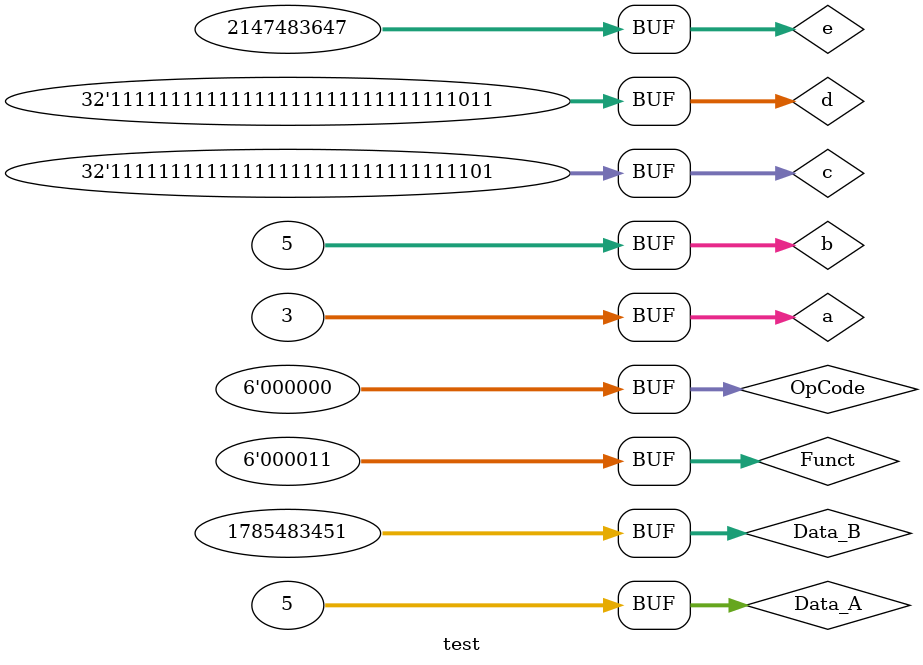
<source format=v>

module test;
    reg [5:0] OpCode;
    reg [5:0] Funct;
    reg [31:0] Data_A;
    reg [31:0] Data_B;

    wire [31:0] out;

    wire Sign;
    wire [5:0] ALUFun;

    Control ctrl(
        .OpCode(OpCode),
        .Funct(Funct),
        .Sign(Sign),
        .ALUFun(ALUFun));

    ALU alu(
        .ALUFun(ALUFun),
        .A(Data_A),
        .B(Data_B),
        .Sign(Sign),
        .Z(out));

    integer a = 3;
    integer b = 5;
    integer c = -3;
    integer d = -5;
    integer e = 2147483647; //32'd7fff_ffff
    parameter zero = 32'h0000_0000;

    initial begin
        // nop
        #10 OpCode = 6'h00; Funct = 6'h00; 
            Data_A = zero; Data_B = zero; // 32'd0
        // add
        #10 OpCode = 6'h00; Funct = 6'h20; 
            Data_A = a; Data_B = b; // 32'd8
        // addu
        #10 OpCode = 6'h00; Funct = 6'h21; 
            Data_A = a; Data_B = d; // -32'd2
        // addi
        #10 OpCode = 6'h08; Funct = 6'h27; 
            Data_A = d; Data_B = c; // -32'd8
        // addiu
        #10 OpCode = 6'h09; Funct = 6'h19; 
            Data_A = e; Data_B = b; // -32'd2,147,483,644
        // lw
        #10 OpCode = 6'h23; Funct = 6'h3a;
            Data_A = b; Data_B = c; // 32'd2
        // sw
        #10 OpCode = 6'h2b; Funct = 6'h07;
            Data_A = a; Data_B = d; // -32'd2
        // lui
        #10 OpCode = 6'h2b; Funct = 6'h1b;
            Data_A = zero; Data_B = 32'h9fc3_0000; // -32'd1,614,610,432
        // sub
        #10 OpCode = 6'h00; Funct = 6'h22;
            Data_A = a; Data_B = b; // -32'd2
        #10 OpCode = 6'h00; Funct = 6'h22;
            Data_A = a; Data_B = d; // 32'd8
        // subu
        #10 OpCode = 6'h00; Funct = 6'h23;
            Data_A = d; Data_B = c; // -32'd2
        #10 OpCode = 6'h00; Funct = 6'h23;
            Data_A = e; Data_B = d; // -32'd2,147,483,644
        // beq
        #10 OpCode = 6'h04; Funct = 6'h18;
            Data_A = 32'hfe8b_67a4; Data_B = 32'hfe8b_67a4; // 1
        #10 OpCode = 6'h04; Funct = 6'h25;
            Data_A = 32'hfe8b_67a4; Data_B = 32'h0174_985c; // 0
        // bne
        #10 OpCode = 6'h05; Funct = 6'h1c;
            Data_A = 32'hfe8b_67a4; Data_B = 32'hfe8b_67a4; // 0
        #10 OpCode = 6'h05; Funct = 6'h0a;
            Data_A = 32'hfe8b_67a4; Data_B = 32'h0174_985c; // 1
        // blez
        #10 OpCode = 6'h06; Funct = 6'h24;
            Data_A = zero; Data_B = zero; // 1
        #10 OpCode = 6'h06; Funct = 6'h17;
            Data_A = 32'hc672_e58a; Data_B = zero; // 1
        #10 OpCode = 6'h06; Funct = 6'h33;
            Data_A = 32'h5672_e58a; Data_B = zero; // 0
        // bgtz
        #10 OpCode = 6'h07; Funct = 6'h24;
            Data_A = zero; Data_B = zero; // 0
        #10 OpCode = 6'h07; Funct = 6'h17;
            Data_A = 32'hc672_e58a; Data_B = zero; // 0  
        #10 OpCode = 6'h07; Funct = 6'h33;
            Data_A = 32'h5672_e58a; Data_B = zero; // 1
        // bltz
        #10 OpCode = 6'h01; Funct = 6'h24;
            Data_A = zero; Data_B = zero; // 0
        #10 OpCode = 6'h01; Funct = 6'h17;
            Data_A = 32'hc672_e58a; Data_B = zero; // 1   
        #10 OpCode = 6'h01; Funct = 6'h33;
            Data_A = 32'h5672_e58a; Data_B = zero; // 0
        // and
        #10 OpCode = 6'h00; Funct = 6'h24;
            Data_A = 32'ha85e_9cd0; Data_B = 32'h2ec9_0029; // 32'h2848_0000
        // or
        #10 OpCode = 6'h00; Funct = 6'h25;
            Data_A = 32'ha85e_9cd0; Data_B = 32'h2ec9_0029; // 32'haedf_9cf9
        // xor
        #10 OpCode = 6'h00; Funct = 6'h26;
            Data_A = 32'ha85e_9cd0; Data_B = 32'h2ec9_0029; // 32'h8697_9cf9
        // nor
        #10 OpCode = 6'h00; Funct = 6'h27;
            Data_A = 32'ha85e_9cd0; Data_B = 32'h2ec9_0029; // 32'h5120_6306
        // andi
        #10 OpCode = 6'h0c; Funct = 6'h18;
            Data_A = 32'ha85e_9cd0; Data_B = 32'h2ec9_0029; // 32'h2848_0000
        // slt
        #10 OpCode = 6'h00; Funct = 6'h2a;
            Data_A = a; Data_B = b; // 1
        #10 OpCode = 6'h00; Funct = 6'h2a;
            Data_A = a; Data_B = d; // 0
        #10 OpCode = 6'h00; Funct = 6'h2a;
            Data_A = d; Data_B = c; // 1
        #10 OpCode = 6'h00; Funct = 6'h2a;
            Data_A = d; Data_B = a; // 1
        // slti
        #10 OpCode = 6'h0a; Funct = 6'h35;
            Data_A = a; Data_B = b; // 1
        #10 OpCode = 6'h0a; Funct = 6'h2a;
            Data_A = a; Data_B = d; // 0
        #10 OpCode = 6'h0a; Funct = 6'h16;
            Data_A = d; Data_B = c; // 1
        #10 OpCode = 6'h0a; Funct = 6'h2e;
            Data_A = d; Data_B = a; // 1
        // sltu
        #10 OpCode = 6'h00; Funct = 6'h2b;
            Data_A = a; Data_B = b; // 1
        #10 OpCode = 6'h00; Funct = 6'h2b;
            Data_A = a; Data_B = d; // 1
        #10 OpCode = 6'h00; Funct = 6'h2b;
            Data_A = d; Data_B = c; // 1
        #10 OpCode = 6'h00; Funct = 6'h2b;
            Data_A = d; Data_B = a; // 0
        // sltiu
        #10 OpCode = 6'h0b; Funct = 6'h35;
            Data_A = a; Data_B = b; // 1
        #10 OpCode = 6'h0b; Funct = 6'h2a;
            Data_A = a; Data_B = d; // 1
        #10 OpCode = 6'h0b; Funct = 6'h16;
            Data_A = d; Data_B = c; // 1
        #10 OpCode = 6'h0b; Funct = 6'h2e;
            Data_A = d; Data_B = a; // 0
        // sll
        #10 OpCode = 6'h00; Funct = 6'h00;
            Data_A = b; Data_B = 32'hea6c_50bb; // 32'h4d8a_1760
        #10 OpCode = 6'h00; Funct = 6'h00;
            Data_A = d; Data_B = 32'hea6c_50bb; // 32'hd800_0000
        // srl
        #10 OpCode = 6'h00; Funct = 6'h02;
            Data_A = b; Data_B = 32'hea6c_50bb; // 32'h0753_6285
        #10 OpCode = 6'h00; Funct = 6'h02;
            Data_A = d; Data_B = 32'hea6c_50bb; // 32'h0000_001d
        // sra
        #10 OpCode = 6'h00; Funct = 6'h03;
            Data_A = b; Data_B = 32'hea6c_50bb; // 32'hff53_6285
        #10 OpCode = 6'h00; Funct = 6'h03;
            Data_A = d; Data_B = 32'hea6c_50bb; // 32'hffff_fffd
        #10 OpCode = 6'h00; Funct = 6'h03;
            Data_A = b; Data_B = 32'h6a6c_50bb; // 32'h0353_6285
    end
endmodule
</source>
